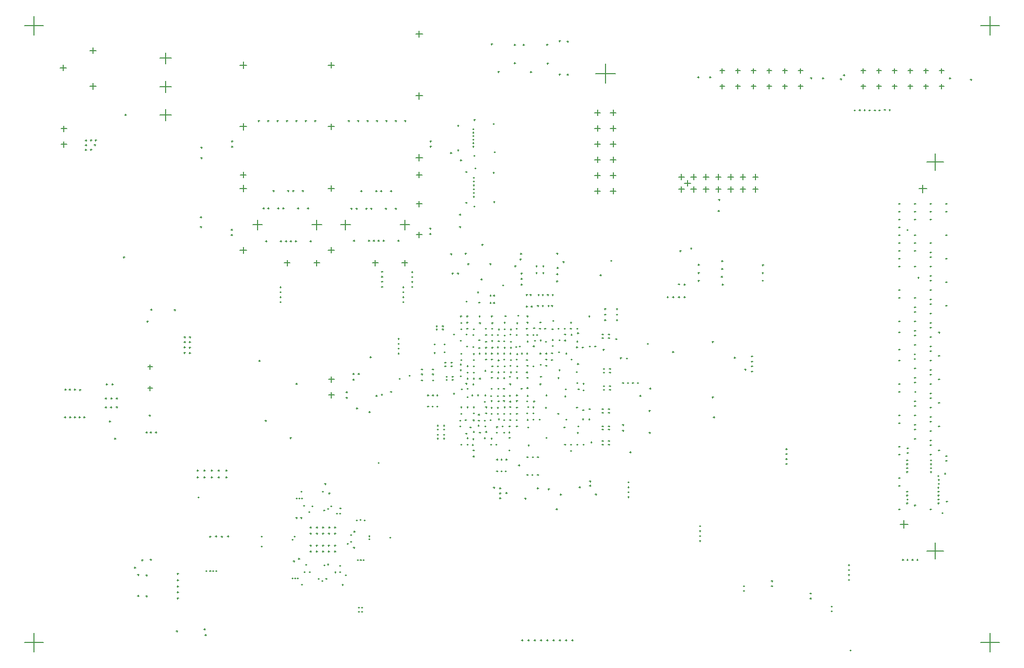
<source format=gbr>
%FSTAX23Y23*%
%MOIN*%
%SFA1B1*%

%IPPOS*%
%ADD139C,0.005000*%
%LNatfc_drillmap_1-1*%
%LPD*%
G54D139*
X08044Y05085D02*
X08074D01*
X08059Y0507D02*
Y051D01*
X08144Y05085D02*
X08174D01*
X08159Y0507D02*
Y051D01*
X08244Y05085D02*
X08274D01*
X08259Y0507D02*
Y051D01*
X08344Y05085D02*
X08374D01*
X08359Y0507D02*
Y051D01*
X08444Y05085D02*
X08474D01*
X08459Y0507D02*
Y051D01*
X08544Y05085D02*
X08574D01*
X08559Y0507D02*
Y051D01*
X08044Y05185D02*
X08074D01*
X08059Y0517D02*
Y052D01*
X08144Y05185D02*
X08174D01*
X08159Y0517D02*
Y052D01*
X08244Y05185D02*
X08274D01*
X08259Y0517D02*
Y052D01*
X08344Y05185D02*
X08374D01*
X08359Y0517D02*
Y052D01*
X08444Y05185D02*
X08474D01*
X08459Y0517D02*
Y052D01*
X08544Y05185D02*
X08574D01*
X08559Y0517D02*
Y052D01*
X07144Y05085D02*
X07174D01*
X07159Y0507D02*
Y051D01*
X07244Y05085D02*
X07274D01*
X07259Y0507D02*
Y051D01*
X07344Y05085D02*
X07374D01*
X07359Y0507D02*
Y051D01*
X07444Y05085D02*
X07474D01*
X07459Y0507D02*
Y051D01*
X07544Y05085D02*
X07574D01*
X07559Y0507D02*
Y051D01*
X07644Y05085D02*
X07674D01*
X07659Y0507D02*
Y051D01*
X07144Y05185D02*
X07174D01*
X07159Y0517D02*
Y052D01*
X07244Y05185D02*
X07274D01*
X07259Y0517D02*
Y052D01*
X07344Y05185D02*
X07374D01*
X07359Y0517D02*
Y052D01*
X07444Y05185D02*
X07474D01*
X07459Y0517D02*
Y052D01*
X07544Y05185D02*
X07574D01*
X07559Y0517D02*
Y052D01*
X07644Y05185D02*
X07674D01*
X07659Y0517D02*
Y052D01*
X02936Y05204D02*
X02975D01*
X02956Y05185D02*
Y05224D01*
X03125Y05314D02*
X03164D01*
X03145Y05295D02*
Y05334D01*
X03125Y05086D02*
X03164D01*
X03145Y05066D02*
Y05106D01*
X08466Y02121D02*
X08572D01*
X08519Y02068D02*
Y02174D01*
X08466Y04602D02*
X08572D01*
X08519Y04548D02*
Y04655D01*
X0881Y05474D02*
X08928D01*
X08869Y05414D02*
Y05533D01*
X0271Y05474D02*
X02828D01*
X02769Y05414D02*
Y05533D01*
X0271Y01537D02*
X02828D01*
X02769Y01477D02*
Y01596D01*
X0881Y01537D02*
X08928D01*
X08869Y01477D02*
Y01596D01*
X04726Y04202D02*
X04787D01*
X04756Y04171D02*
Y04232D01*
X05104Y04202D02*
X05165D01*
X05134Y04171D02*
Y04232D01*
X08295Y02291D02*
X08345D01*
X0832Y02266D02*
Y02316D01*
X08415Y04432D02*
X08465D01*
X0844Y04407D02*
Y04457D01*
X03572Y05084D02*
X03644D01*
X03608Y05047D02*
Y0512D01*
X03572Y05265D02*
X03644D01*
X03608Y05228D02*
Y05301D01*
X03572Y04902D02*
X03644D01*
X03608Y04866D02*
Y04939D01*
X06918Y04467D02*
X06958D01*
X06938Y04448D02*
Y04487D01*
X06881Y04428D02*
X06917D01*
X06899Y0441D02*
Y04446D01*
X0696Y04428D02*
X06995D01*
X06978Y0441D02*
Y04446D01*
X07039Y04428D02*
X07074D01*
X07056Y0441D02*
Y04446D01*
X07117Y04428D02*
X07153D01*
X07135Y0441D02*
Y04446D01*
X07196Y04428D02*
X07231D01*
X07214Y0441D02*
Y04446D01*
X07275Y04428D02*
X0731D01*
X07292Y0441D02*
Y04446D01*
X07354Y04428D02*
X07389D01*
X07371Y0441D02*
Y04446D01*
X06881Y04507D02*
X06917D01*
X06899Y04489D02*
Y04525D01*
X0696Y04507D02*
X06995D01*
X06978Y04489D02*
Y04525D01*
X07039Y04507D02*
X07074D01*
X07056Y04489D02*
Y04525D01*
X07117Y04507D02*
X07153D01*
X07135Y04489D02*
Y04525D01*
X07196Y04507D02*
X07231D01*
X07214Y04489D02*
Y04525D01*
X07275Y04507D02*
X0731D01*
X07292Y04489D02*
Y04525D01*
X07354Y04507D02*
X07389D01*
X07371Y04489D02*
Y04525D01*
X04648Y03115D02*
X04684D01*
X04666Y03097D02*
Y03132D01*
X04648Y03215D02*
X04684D01*
X04666Y03197D02*
Y03232D01*
X03495Y03296D02*
X03525D01*
X0351Y03281D02*
Y03311D01*
X03495Y03159D02*
X03525D01*
X0351Y03144D02*
Y03174D01*
X04165Y04202D02*
X04226D01*
X04195Y04171D02*
Y04232D01*
X04543Y04202D02*
X04604D01*
X04573Y04171D02*
Y04232D01*
X05116Y03958D02*
X05153D01*
X05134Y03939D02*
Y03976D01*
X04927Y03958D02*
X04964D01*
X04945Y03939D02*
Y03976D01*
X04366Y03958D02*
X04403D01*
X04384Y03939D02*
Y03976D01*
X04555Y03958D02*
X04592D01*
X04573Y03939D02*
Y03976D01*
X05207Y04521D02*
X05245D01*
X05226Y04502D02*
Y04539D01*
X04085Y04521D02*
X04123D01*
X04104Y04502D02*
Y04539D01*
X05205Y05418D02*
X05247D01*
X05226Y05398D02*
Y05439D01*
X05205Y05025D02*
X05247D01*
X05226Y05004D02*
Y05045D01*
X05205Y04631D02*
X05247D01*
X05226Y0461D02*
Y04652D01*
X05207Y04336D02*
X05245D01*
X05226Y04317D02*
Y04354D01*
X05207Y04139D02*
X05245D01*
X05226Y0412D02*
Y04157D01*
X04083Y05221D02*
X04125D01*
X04104Y05201D02*
Y05242D01*
X04083Y04828D02*
X04125D01*
X04104Y04807D02*
Y04848D01*
X04083Y04434D02*
X04125D01*
X04104Y04413D02*
Y04455D01*
X04083Y0404D02*
X04125D01*
X04104Y0402D02*
Y04061D01*
X04646Y0404D02*
X04684D01*
X04665Y04022D02*
Y04059D01*
X04646Y04434D02*
X04684D01*
X04665Y04415D02*
Y04453D01*
X04646Y04828D02*
X04684D01*
X04665Y04809D02*
Y04846D01*
X04646Y05221D02*
X04684D01*
X04665Y05203D02*
Y0524D01*
X06346Y04917D02*
X06382D01*
X06364Y049D02*
Y04935D01*
X06446Y04917D02*
X06482D01*
X06464Y049D02*
Y04935D01*
X06346Y04817D02*
X06382D01*
X06364Y048D02*
Y04835D01*
X06446Y04817D02*
X06482D01*
X06464Y048D02*
Y04835D01*
X06346Y04717D02*
X06382D01*
X06364Y047D02*
Y04735D01*
X06446Y04717D02*
X06482D01*
X06464Y047D02*
Y04735D01*
X06346Y04617D02*
X06382D01*
X06364Y046D02*
Y04635D01*
X06446Y04617D02*
X06482D01*
X06464Y046D02*
Y04635D01*
X06346Y04517D02*
X06382D01*
X06364Y045D02*
Y04535D01*
X06446Y04517D02*
X06482D01*
X06464Y045D02*
Y04535D01*
X06346Y04417D02*
X06382D01*
X06364Y044D02*
Y04435D01*
X06446Y04417D02*
X06482D01*
X06464Y044D02*
Y04435D01*
X06351Y05167D02*
X06477D01*
X06414Y05105D02*
Y0523D01*
X02942Y04815D02*
X02978D01*
X0296Y04797D02*
Y04832D01*
X02942Y04715D02*
X02978D01*
X0296Y04697D02*
Y04732D01*
X07415Y03845D02*
X07423D01*
X07419Y03842D02*
Y0385D01*
X0565Y02999D02*
X05658D01*
X05654Y02995D02*
Y03003D01*
X06586Y03192D02*
X06594D01*
X0659Y03188D02*
Y03196D01*
X0565Y03038D02*
X05658D01*
X05654Y03034D02*
Y03042D01*
X06555Y03192D02*
X06563D01*
X06559Y03188D02*
Y03196D01*
X05597Y03772D02*
X05605D01*
X05601Y03767D02*
Y03775D01*
X08384Y03347D02*
X08392D01*
X08388Y03343D02*
Y03351D01*
X05571Y03339D02*
X05579D01*
X05575Y03335D02*
Y03343D01*
X08384Y03377D02*
X08392D01*
X08388Y03373D02*
Y03381D01*
X05571Y03378D02*
X05579D01*
X05575Y03374D02*
Y03382D01*
X0837Y02064D02*
X08378D01*
X08374Y0206D02*
Y02068D01*
X05807Y03457D02*
X05815D01*
X05811Y03453D02*
Y03461D01*
X08338Y02064D02*
X08346D01*
X08342Y0206D02*
Y02068D01*
X05807Y03418D02*
X05815D01*
X05811Y03414D02*
Y03422D01*
X08336Y02675D02*
X08344D01*
X0834Y02671D02*
Y02679D01*
X05768Y03536D02*
X05776D01*
X05772Y03532D02*
Y0354D01*
X08336Y02649D02*
X08344D01*
X0834Y02645D02*
Y02653D01*
X05768Y03496D02*
X05776D01*
X05772Y03492D02*
Y035D01*
X08336Y02475D02*
X08344D01*
X0834Y02471D02*
Y02479D01*
X05688Y03539D02*
X05696D01*
X05692Y03535D02*
Y03543D01*
X08337Y02449D02*
X08345D01*
X08341Y02445D02*
Y02452D01*
X05688Y035D02*
X05696D01*
X05692Y03495D02*
Y03504D01*
X05491Y03577D02*
X05499D01*
X05495Y03573D02*
Y03581D01*
X07854Y01736D02*
X07862D01*
X07858Y01732D02*
Y0174D01*
X05491Y03537D02*
X05499D01*
X05495Y03533D02*
Y03541D01*
X07854Y01767D02*
X07862D01*
X07858Y01763D02*
Y01771D01*
X0772Y01817D02*
X07728D01*
X07724Y01814D02*
Y01822D01*
X05491Y0338D02*
X05499D01*
X05495Y03376D02*
Y03384D01*
X08486Y02827D02*
X08494D01*
X0849Y02823D02*
Y02831D01*
X05491Y0334D02*
X05499D01*
X05495Y03336D02*
Y03344D01*
X0772Y01849D02*
X07728D01*
X07724Y01845D02*
Y01853D01*
X08486Y02797D02*
X08494D01*
X0849Y02793D02*
Y02801D01*
X07294Y01865D02*
X07302D01*
X07298Y01862D02*
Y0187D01*
X05488Y03275D02*
X05496D01*
X05492Y03271D02*
Y03279D01*
X08486Y02977D02*
X08494D01*
X0849Y02973D02*
Y02981D01*
X07294Y01897D02*
X07302D01*
X07298Y01893D02*
Y01901D01*
X05488Y03236D02*
X05496D01*
X05492Y03232D02*
Y0324D01*
X08486Y02947D02*
X08494D01*
X0849Y02943D02*
Y02951D01*
X07473Y01897D02*
X07481D01*
X07477Y01892D02*
Y019D01*
X05532Y0326D02*
X0554D01*
X05536Y03256D02*
Y03264D01*
X08586Y02727D02*
X08594D01*
X0859Y02723D02*
Y02731D01*
X07473Y01928D02*
X07481D01*
X07477Y01924D02*
Y01932D01*
X05532Y03221D02*
X0554D01*
X05536Y03217D02*
Y03225D01*
X08586Y02697D02*
X08594D01*
X0859Y02693D02*
Y02701D01*
X08386Y02897D02*
X08394D01*
X0839Y02893D02*
Y02901D01*
X05532Y03157D02*
X0554D01*
X05536Y03152D02*
Y0316D01*
X08386Y02927D02*
X08394D01*
X0839Y02923D02*
Y02931D01*
X05494Y03152D02*
X05502D01*
X05498Y03149D02*
Y03157D01*
X08486Y03097D02*
X08494D01*
X0849Y03093D02*
Y03101D01*
X05598Y03115D02*
X05606D01*
X05602Y03111D02*
Y03119D01*
X08486Y03127D02*
X08494D01*
X0849Y03123D02*
Y03131D01*
X05562Y03114D02*
X0557D01*
X05566Y0311D02*
Y03118D01*
X08487Y02675D02*
X08495D01*
X08491Y02671D02*
Y02679D01*
X07964Y01968D02*
X07972D01*
X07968Y01964D02*
Y01972D01*
X05603Y02952D02*
X05611D01*
X05607Y02948D02*
Y02956D01*
X08487Y02649D02*
X08495D01*
X08491Y02645D02*
Y02653D01*
X07964Y02D02*
X07972D01*
X07968Y01995D02*
Y02004D01*
X05603Y02991D02*
X05611D01*
X05607Y02987D02*
Y02995D01*
X08386Y03047D02*
X08394D01*
X0839Y03043D02*
Y03051D01*
X05532Y03038D02*
X0554D01*
X05536Y03034D02*
Y03042D01*
X08386Y03077D02*
X08394D01*
X0839Y03073D02*
Y03081D01*
X05492Y03038D02*
X055D01*
X05496Y03034D02*
Y03042D01*
X08486Y03247D02*
X08494D01*
X0849Y03243D02*
Y03251D01*
X05519Y02956D02*
X05527D01*
X05523Y02952D02*
Y0296D01*
X08486Y03277D02*
X08494D01*
X0849Y03273D02*
Y03281D01*
X05484Y02917D02*
X05492D01*
X05488Y02913D02*
Y02921D01*
X08536Y02449D02*
X08544D01*
X0854Y02445D02*
Y02453D01*
X05571Y03038D02*
X05579D01*
X05575Y03034D02*
Y03042D01*
X07015Y02216D02*
X07023D01*
X07019Y02212D02*
Y0222D01*
X08536Y02475D02*
X08544D01*
X0854Y02471D02*
Y02479D01*
X05571Y02999D02*
X05579D01*
X05575Y02995D02*
Y03003D01*
X07015Y02248D02*
X07023D01*
X07019Y02244D02*
Y02252D01*
X08193Y04935D02*
X08201D01*
X08197Y04932D02*
Y0494D01*
X08225Y04935D02*
X08233D01*
X08229Y0493D02*
Y04939D01*
X05961Y03462D02*
X05969D01*
X05965Y03459D02*
Y03467D01*
X0813Y04932D02*
X08138D01*
X08134Y04928D02*
Y04936D01*
X06075Y0343D02*
X06083D01*
X06079Y03425D02*
Y03434D01*
X08159Y04932D02*
X08167D01*
X08163Y04929D02*
Y04937D01*
X06074Y03467D02*
X06082D01*
X06078Y03464D02*
Y03472D01*
X08096Y04933D02*
X08104D01*
X081Y04929D02*
Y04937D01*
X06232Y0354D02*
X0624D01*
X06236Y03535D02*
Y03544D01*
X08064Y04934D02*
X08072D01*
X08068Y0493D02*
Y04938D01*
X06195Y035D02*
X06203D01*
X06199Y03497D02*
Y03505D01*
X08033Y04934D02*
X08041D01*
X08037Y0493D02*
Y04938D01*
X05998Y03465D02*
X06006D01*
X06002Y03461D02*
Y03469D01*
X08001Y04934D02*
X08009D01*
X08005Y0493D02*
Y04937D01*
X05975Y03499D02*
X05983D01*
X05979Y03495D02*
Y03503D01*
X06117Y03465D02*
X06125D01*
X06121Y03462D02*
Y0347D01*
X0607Y03685D02*
X06078D01*
X06074Y03681D02*
Y03689D01*
X06047Y03685D02*
X06055D01*
X06051Y03681D02*
Y03689D01*
X06026Y03539D02*
X06034D01*
X0603Y03535D02*
Y03542D01*
X06073Y03535D02*
X06081D01*
X06077Y03532D02*
Y0354D01*
X05996Y0358D02*
X06004D01*
X06Y03575D02*
Y03584D01*
X05952Y035D02*
X0596D01*
X05956Y03495D02*
Y03504D01*
X05864Y03427D02*
X05872D01*
X05868Y03422D02*
Y0343D01*
X05878Y0338D02*
X05886D01*
X05882Y03377D02*
Y03385D01*
X05914Y03457D02*
X05922D01*
X05918Y03454D02*
Y03462D01*
X05911Y0338D02*
X05919D01*
X05915Y03377D02*
Y03385D01*
X05842Y03424D02*
X0585D01*
X05846Y0342D02*
Y03427D01*
X06231Y03457D02*
X06239D01*
X06235Y03454D02*
Y03462D01*
X06393Y0348D02*
X06401D01*
X06397Y03476D02*
Y03484D01*
X06432Y0348D02*
X06441D01*
X06437Y03476D02*
Y03484D01*
X06393Y03503D02*
X06401D01*
X06397Y03499D02*
Y03507D01*
X06432Y03503D02*
X06441D01*
X06437Y03499D02*
Y03507D01*
X05847Y03377D02*
X05855D01*
X05851Y03374D02*
Y03382D01*
X08608Y05137D02*
X08618D01*
X08613Y05132D02*
Y05142D01*
X08743Y05129D02*
X08753D01*
X08748Y05124D02*
Y05134D01*
X07933Y05157D02*
X07943D01*
X07938Y05152D02*
Y05162D01*
X07912Y05132D02*
X07922D01*
X07917Y05127D02*
Y05137D01*
X06194Y03342D02*
X06202D01*
X06198Y03339D02*
Y03347D01*
X06236Y03314D02*
X06244D01*
X0624Y0331D02*
Y03318D01*
X06346Y03425D02*
X06354D01*
X0635Y03422D02*
Y0343D01*
X06312Y03425D02*
X0632D01*
X06316Y03422D02*
Y0343D01*
X06398Y03405D02*
X06408D01*
X06403Y034D02*
Y0341D01*
X07077Y05144D02*
X07087D01*
X07082Y05139D02*
Y05149D01*
X07003Y05144D02*
X07013D01*
X07008Y05139D02*
Y05149D01*
X07798Y05137D02*
X07808D01*
X07803Y05132D02*
Y05142D01*
X07723Y05138D02*
X07733D01*
X07728Y05133D02*
Y05143D01*
X08386Y03677D02*
X08394D01*
X0839Y03673D02*
Y03681D01*
X05717Y02877D02*
X05725D01*
X05721Y02872D02*
Y0288D01*
X08386Y03647D02*
X08394D01*
X0839Y03643D02*
Y03651D01*
X05719Y02912D02*
X05727D01*
X05723Y02907D02*
Y02915D01*
X08486Y03727D02*
X08494D01*
X0849Y03723D02*
Y03731D01*
X05799Y02842D02*
X05807D01*
X05803Y02838D02*
Y02846D01*
X08486Y03697D02*
X08494D01*
X0849Y03693D02*
Y03701D01*
X05798Y02877D02*
X05806D01*
X05802Y02874D02*
Y02882D01*
X06393Y02799D02*
X06401D01*
X06397Y02795D02*
Y02803D01*
X06432Y02822D02*
X06441D01*
X06437Y02818D02*
Y02826D01*
X06432Y02799D02*
X06441D01*
X06437Y02795D02*
Y02803D01*
X06035Y02842D02*
X06043D01*
X06039Y02838D02*
Y02846D01*
X05755Y02917D02*
X05763D01*
X05759Y02913D02*
Y02921D01*
X08486Y03877D02*
X08494D01*
X0849Y03873D02*
Y03881D01*
X05799Y02917D02*
X05807D01*
X05803Y02913D02*
Y02921D01*
X08486Y03847D02*
X08494D01*
X0849Y03843D02*
Y03851D01*
X08386Y02412D02*
X08394D01*
X0839Y02407D02*
Y02415D01*
X08589Y02435D02*
X08597D01*
X08593Y02432D02*
Y0244D01*
X08562Y02362D02*
X0857D01*
X08566Y02359D02*
Y02367D01*
X08336Y02699D02*
X08344D01*
X0834Y02695D02*
Y02703D01*
X08487Y02699D02*
X08495D01*
X08491Y02695D02*
Y02703D01*
X08309Y02064D02*
X08317D01*
X08313Y0206D02*
Y02068D01*
X07976Y01487D02*
X07983D01*
X0798Y01484D02*
Y01491D01*
X04964Y02682D02*
X0497D01*
X04967Y02678D02*
Y02685D01*
X04984Y03118D02*
X04992D01*
X04988Y03114D02*
Y03122D01*
X08336Y02625D02*
X08344D01*
X0834Y02621D02*
Y02629D01*
X08336Y02499D02*
X08344D01*
X0834Y02495D02*
Y02503D01*
X05531Y03102D02*
X05539D01*
X05535Y03098D02*
Y03106D01*
X05523Y03188D02*
X05531D01*
X05527Y03184D02*
Y03192D01*
X08339Y02777D02*
X08347D01*
X08343Y02773D02*
Y02781D01*
X08339Y02747D02*
X08347D01*
X08343Y02743D02*
Y02751D01*
X05381Y02862D02*
X05389D01*
X05385Y02858D02*
Y02866D01*
X05381Y02838D02*
X05389D01*
X05385Y02834D02*
Y02842D01*
X0565Y02881D02*
X05658D01*
X05654Y02877D02*
Y02885D01*
X08486Y03397D02*
X08494D01*
X0849Y03393D02*
Y03401D01*
X0561Y02877D02*
X05618D01*
X05614Y02873D02*
Y02881D01*
X08486Y03427D02*
X08494D01*
X0849Y03423D02*
Y03431D01*
X08486Y03577D02*
X08494D01*
X0849Y03573D02*
Y03581D01*
X05681Y02799D02*
X05689D01*
X05685Y02795D02*
Y02803D01*
X08486Y03547D02*
X08494D01*
X0849Y03543D02*
Y03551D01*
X05684Y02838D02*
X05692D01*
X05688Y02834D02*
Y02842D01*
X08386Y03527D02*
X08394D01*
X0839Y03523D02*
Y03531D01*
X05641Y02952D02*
X05649D01*
X05645Y02948D02*
Y02956D01*
X08386Y03497D02*
X08394D01*
X0839Y03493D02*
Y03501D01*
X05677Y02956D02*
X05685D01*
X05681Y02952D02*
Y0296D01*
X07566Y02707D02*
X07574D01*
X0757Y02704D02*
Y02712D01*
X05567Y02835D02*
X05575D01*
X05571Y0283D02*
Y02839D01*
X07566Y02739D02*
X07574D01*
X0757Y02735D02*
Y02743D01*
X05565Y02797D02*
X05573D01*
X05569Y02794D02*
Y02802D01*
X07015Y02279D02*
X07023D01*
X07019Y02275D02*
Y02283D01*
X07566Y02676D02*
X07574D01*
X0757Y02672D02*
Y0268D01*
X07566Y0277D02*
X07574D01*
X0757Y02767D02*
Y02775D01*
X06557Y02527D02*
X06565D01*
X06561Y02523D02*
Y02532D01*
X06313Y02537D02*
X06323D01*
X06318Y02532D02*
Y02542D01*
X05642Y0284D02*
X0565D01*
X05646Y02837D02*
Y02845D01*
X08537Y02549D02*
X08545D01*
X08541Y02545D02*
Y02553D01*
X06557Y02496D02*
X06565D01*
X06561Y02492D02*
Y025D01*
X05602Y02921D02*
X0561D01*
X05606Y02917D02*
Y02925D01*
X08537Y02575D02*
X08545D01*
X08541Y02571D02*
Y02579D01*
X05571Y02881D02*
X05579D01*
X05575Y02877D02*
Y02885D01*
X05913Y0272D02*
X05921D01*
X05917Y02716D02*
Y02724D01*
X05798Y02762D02*
X05806D01*
X05802Y02759D02*
Y02767D01*
X05764Y02876D02*
X05772D01*
X05768Y02872D02*
Y0288D01*
X05731Y02962D02*
X05739D01*
X05735Y02957D02*
Y02965D01*
X05765Y02957D02*
X05773D01*
X05769Y02952D02*
Y0296D01*
X05715Y02799D02*
X05723D01*
X05719Y02795D02*
Y02802D01*
X05645Y02917D02*
X05653D01*
X05649Y02913D02*
Y02921D01*
X05803Y02957D02*
X05811D01*
X05807Y02952D02*
Y0296D01*
X05765Y02996D02*
X05773D01*
X05769Y02992D02*
Y03D01*
X05846Y02917D02*
X05854D01*
X0585Y02913D02*
Y02921D01*
X08408Y03865D02*
X08416D01*
X08412Y0386D02*
Y03869D01*
X05571Y03221D02*
X05579D01*
X05575Y03217D02*
Y03225D01*
X0561Y03221D02*
X05618D01*
X05614Y03217D02*
Y03225D01*
X08486Y04027D02*
X08494D01*
X0849Y04023D02*
Y04031D01*
X08486Y03997D02*
X08494D01*
X0849Y03993D02*
Y04001D01*
X06401Y03149D02*
X06409D01*
X06405Y03145D02*
Y03153D01*
X0644Y03149D02*
X06448D01*
X06444Y03145D02*
Y03153D01*
X06401Y03173D02*
X06409D01*
X06405Y03169D02*
Y03177D01*
X0624Y03153D02*
X06248D01*
X06244Y03149D02*
Y03157D01*
X06271Y03147D02*
X06279D01*
X06275Y03142D02*
Y0315D01*
X05728Y03157D02*
X05736D01*
X05732Y03153D02*
Y03161D01*
X05763Y03157D02*
X05771D01*
X05767Y03153D02*
Y03161D01*
X05803Y03185D02*
X05811D01*
X05807Y03181D02*
Y03189D01*
X05684Y03157D02*
X05692D01*
X05688Y03153D02*
Y03161D01*
X05644Y03271D02*
X05652D01*
X05648Y03267D02*
Y03275D01*
X05724Y0311D02*
X05732D01*
X05728Y03106D02*
Y03114D01*
X05763Y0311D02*
X05771D01*
X05767Y03106D02*
Y03114D01*
X05725Y03224D02*
X05733D01*
X05729Y0322D02*
Y03228D01*
X05765Y03224D02*
X05773D01*
X05769Y0322D02*
Y03228D01*
X06618Y03192D02*
X06626D01*
X06622Y03188D02*
Y03196D01*
X05649Y035D02*
X05657D01*
X05653Y03495D02*
Y03503D01*
X06228Y03036D02*
X06237D01*
X06232Y03032D02*
Y0304D01*
X06237Y02917D02*
X06245D01*
X06241Y02913D02*
Y02921D01*
X05645Y03114D02*
X05653D01*
X05649Y0311D02*
Y03118D01*
X06112Y03225D02*
X0612D01*
X06116Y0322D02*
Y03229D01*
X05724Y03035D02*
X05732D01*
X05728Y03031D02*
Y03039D01*
X05684Y03035D02*
X05692D01*
X05688Y03031D02*
Y03039D01*
X05606Y03417D02*
X05614D01*
X0561Y03413D02*
Y03421D01*
X05846Y03036D02*
X05854D01*
X0585Y03032D02*
Y0304D01*
X05913Y03161D02*
X05921D01*
X05917Y03157D02*
Y03165D01*
X04949Y0311D02*
X04959D01*
X04954Y03105D02*
Y03115D01*
X05385Y03389D02*
X05393D01*
X05389Y03385D02*
Y03393D01*
X05322Y03385D02*
X0533D01*
X05326Y03381D02*
Y03389D01*
X05681Y0311D02*
X05689D01*
X05685Y03106D02*
Y03114D01*
X05686Y03227D02*
X05694D01*
X0569Y03222D02*
Y0323D01*
X05642Y03073D02*
X0565D01*
X05646Y03069D02*
Y03077D01*
X05724Y03299D02*
X05732D01*
X05728Y03295D02*
Y03303D01*
X05444Y03503D02*
X05452D01*
X05448Y03499D02*
Y03507D01*
X06031Y03456D02*
X06039D01*
X06035Y03452D02*
Y0346D01*
X05956Y03543D02*
X05964D01*
X0596Y03539D02*
Y03547D01*
X05909Y03539D02*
X05917D01*
X05913Y03535D02*
Y03543D01*
X06409Y03665D02*
X06417D01*
X06413Y03661D02*
Y03669D01*
X06232Y03192D02*
X0624D01*
X06236Y03188D02*
Y03196D01*
X06269Y0302D02*
X06277D01*
X06273Y03016D02*
Y03024D01*
X05917Y02909D02*
X05925D01*
X05921Y02905D02*
Y02913D01*
X06916Y0374D02*
X06924D01*
X0692Y03737D02*
Y03745D01*
X05951Y02959D02*
X05959D01*
X05955Y02955D02*
Y02963D01*
X0688Y0374D02*
X06888D01*
X06884Y03737D02*
Y03745D01*
X05951Y02999D02*
X05959D01*
X05955Y02995D02*
Y03003D01*
X06843Y0374D02*
X06851D01*
X06847Y03737D02*
Y03745D01*
X0644Y03173D02*
X06448D01*
X06444Y03169D02*
Y03177D01*
X06307Y0296D02*
X06315D01*
X06311Y02957D02*
Y02965D01*
X06681Y03444D02*
X06689D01*
X06685Y0344D02*
Y03447D01*
X06547Y0335D02*
X06555D01*
X06551Y03346D02*
Y03354D01*
X06031Y03035D02*
X06039D01*
X06035Y03031D02*
Y03039D01*
X05846Y03114D02*
X05854D01*
X0585Y0311D02*
Y03118D01*
X05684Y03078D02*
X05692D01*
X05688Y03074D02*
Y03082D01*
X05763Y03078D02*
X05771D01*
X05767Y03074D02*
Y03082D01*
X05846Y03078D02*
X05854D01*
X0585Y03074D02*
Y03082D01*
X05956Y03075D02*
X05964D01*
X0596Y0307D02*
Y03079D01*
X05803Y03074D02*
X05811D01*
X05807Y0307D02*
Y03078D01*
X06234Y02875D02*
X06242D01*
X06238Y0287D02*
Y02879D01*
X0557Y02955D02*
X05578D01*
X05574Y02951D02*
Y02959D01*
X05914Y0311D02*
X05922D01*
X05918Y03107D02*
Y03115D01*
X05804Y02996D02*
X05812D01*
X05808Y02992D02*
Y03D01*
X05523Y04342D02*
X05531D01*
X05527Y04338D02*
Y04346D01*
X05523Y04539D02*
X05531D01*
X05527Y04535D02*
Y04543D01*
X04787Y02181D02*
X04794D01*
X04791Y02177D02*
Y02184D01*
X04767Y02167D02*
X04774D01*
X0477Y02163D02*
Y0217D01*
X04787Y02224D02*
X04794D01*
X04791Y0222D02*
Y02227D01*
X05779Y02704D02*
X05787D01*
X05783Y027D02*
Y02708D01*
X06011Y03685D02*
X06019D01*
X06015Y03681D02*
Y03689D01*
X05567Y04814D02*
X05575D01*
X05571Y0481D02*
Y04817D01*
X04292Y04419D02*
X04302D01*
X04297Y04414D02*
Y04424D01*
X05567Y04791D02*
X05575D01*
X05571Y04787D02*
Y04795D01*
X04386Y04419D02*
X04396D01*
X04391Y04414D02*
Y04424D01*
X05567Y04769D02*
X05575D01*
X05571Y04765D02*
Y04773D01*
X04417Y04419D02*
X04427D01*
X04422Y04414D02*
Y04424D01*
X05567Y04746D02*
X05575D01*
X05571Y04742D02*
Y0475D01*
X0448Y04419D02*
X0449D01*
X04485Y04414D02*
Y04424D01*
X05567Y04724D02*
X05575D01*
X05571Y0472D02*
Y04728D01*
X04449Y04307D02*
X04459D01*
X04454Y04302D02*
Y04312D01*
X05567Y04702D02*
X05575D01*
X05571Y04697D02*
Y04705D01*
X04355Y04307D02*
X04365D01*
X0436Y04302D02*
Y04312D01*
X05571Y04504D02*
X05579D01*
X05575Y045D02*
Y04507D01*
X04853Y04417D02*
X04863D01*
X04858Y04412D02*
Y04422D01*
X05571Y04479D02*
X05579D01*
X05575Y04475D02*
Y04483D01*
X04947Y04417D02*
X04957D01*
X04952Y04412D02*
Y04422D01*
X05571Y04455D02*
X05579D01*
X05575Y04451D02*
Y04459D01*
X04979Y04417D02*
X04989D01*
X04984Y04412D02*
Y04422D01*
X05571Y0443D02*
X05579D01*
X05575Y04426D02*
Y04434D01*
X05042Y04417D02*
X05052D01*
X05047Y04412D02*
Y04422D01*
X05571Y04406D02*
X05579D01*
X05575Y04402D02*
Y0441D01*
X0501Y04305D02*
X0502D01*
X05015Y043D02*
Y0431D01*
X05571Y04382D02*
X05579D01*
X05575Y04377D02*
Y04385D01*
X04916Y04305D02*
X04926D01*
X04921Y043D02*
Y0431D01*
X0598Y0272D02*
X05988D01*
X05984Y02716D02*
Y02724D01*
X05948Y0272D02*
X05956D01*
X05952Y02716D02*
Y02724D01*
X05913Y02606D02*
X05921D01*
X05917Y02602D02*
Y0261D01*
X059Y02456D02*
X0591D01*
X05905Y02451D02*
Y02461D01*
X05444Y03125D02*
X05452D01*
X05448Y03121D02*
Y0313D01*
X05854Y03622D02*
X05862D01*
X05858Y03618D02*
Y03626D01*
X05807Y03535D02*
X05815D01*
X05811Y03531D02*
Y03539D01*
X05767Y03578D02*
X05775D01*
X05771Y03574D02*
Y03582D01*
X05913Y035D02*
X05921D01*
X05917Y03495D02*
Y03504D01*
X04642Y02035D02*
X04649D01*
X04645Y02031D02*
Y02038D01*
X04429Y02212D02*
X04436D01*
X04432Y02209D02*
Y02216D01*
X05091Y03412D02*
X05099D01*
X05095Y03408D02*
Y03416D01*
X05043Y03137D02*
X05051D01*
X05047Y03133D02*
Y03141D01*
X04648Y02488D02*
X04658D01*
X04653Y02483D02*
Y02493D01*
X03866Y01992D02*
X03873D01*
X0387Y01988D02*
Y01995D01*
X03487Y03586D02*
X03497D01*
X03492Y03581D02*
Y03591D01*
X05846Y02996D02*
X05854D01*
X0585Y02992D02*
Y03D01*
X0648Y03472D02*
X06488D01*
X06484Y03468D02*
Y03476D01*
X05161Y0324D02*
X05169D01*
X05165Y03236D02*
Y03244D01*
X05098Y0322D02*
X05106D01*
X05102Y03216D02*
Y03224D01*
X04825Y03031D02*
X04835D01*
X0483Y03026D02*
Y03036D01*
X04904Y03007D02*
X04914D01*
X04909Y03002D02*
Y03012D01*
X07302Y03279D02*
X07312D01*
X07307Y03274D02*
Y03284D01*
X07235Y03354D02*
X07245D01*
X0724Y03349D02*
Y03359D01*
X0598Y02606D02*
X05988D01*
X05984Y02602D02*
Y0261D01*
X05944Y02606D02*
X05952D01*
X05948Y02602D02*
Y0261D01*
X05758Y03815D02*
X05766D01*
X05762Y03812D02*
Y0382D01*
X06484Y03594D02*
X06492D01*
X06488Y0359D02*
Y03598D01*
X06484Y03629D02*
X06492D01*
X06488Y03625D02*
Y03633D01*
X06409Y03594D02*
X06417D01*
X06413Y0359D02*
Y03598D01*
X06409Y03629D02*
X06417D01*
X06413Y03625D02*
Y03633D01*
X0638Y03881D02*
X0639D01*
X06385Y03876D02*
Y03886D01*
X05518Y04019D02*
X05528D01*
X05523Y04014D02*
Y04024D01*
X06246Y02527D02*
X06256D01*
X06251Y02522D02*
Y02532D01*
X0572Y02704D02*
X05728D01*
X05724Y027D02*
Y02708D01*
X05747Y02704D02*
X05755D01*
X05751Y027D02*
Y02708D01*
X05775Y02629D02*
X05783D01*
X05779Y02625D02*
Y02633D01*
X05747Y02629D02*
X05755D01*
X05751Y02625D02*
Y02633D01*
X0572Y02629D02*
X05728D01*
X05724Y02625D02*
Y02633D01*
X03542Y02877D02*
X03552D01*
X03547Y02872D02*
Y02882D01*
X0351Y02877D02*
X0352D01*
X03515Y02872D02*
Y02882D01*
X03483Y02877D02*
X03493D01*
X03488Y02872D02*
Y02882D01*
X03337Y03996D02*
X03347D01*
X03342Y03991D02*
Y04001D01*
X0631Y03027D02*
X06318D01*
X06314Y03023D02*
Y03031D01*
X0598Y03685D02*
X05988D01*
X05984Y03681D02*
Y03689D01*
X06078Y0359D02*
X06086D01*
X06082Y03586D02*
Y03594D01*
X06074Y03755D02*
X06082D01*
X06078Y03751D02*
Y03759D01*
X06043Y03755D02*
X06051D01*
X06047Y03751D02*
Y03759D01*
X06011Y03755D02*
X06019D01*
X06015Y03751D02*
Y03759D01*
X05984Y03755D02*
X05992D01*
X05988Y03751D02*
Y03759D01*
X05932Y03755D02*
X05941D01*
X05937Y03751D02*
Y03759D01*
X05909Y03755D02*
X05917D01*
X05913Y03751D02*
Y03759D01*
X05909Y03681D02*
X05917D01*
X05913Y03677D02*
Y03685D01*
X05995Y03185D02*
X06004D01*
X06Y03181D02*
Y03189D01*
X06157Y03153D02*
X06165D01*
X06161Y03149D02*
Y03157D01*
X05647Y03539D02*
X05655D01*
X05651Y03535D02*
Y03543D01*
X04754Y01966D02*
X04761D01*
X04758Y01963D02*
Y0197D01*
X04661Y02405D02*
X04668D01*
X04665Y02402D02*
Y02409D01*
X04488Y02409D02*
X04495D01*
X04492Y02405D02*
Y02412D01*
X0472Y02393D02*
X04727D01*
X04724Y0239D02*
Y02397D01*
X04719Y0236D02*
X04726D01*
X04723Y02357D02*
Y02364D01*
X04699Y0236D02*
X04706D01*
X04703Y02357D02*
Y02364D01*
X05342Y02838D02*
X0535D01*
X05346Y02834D02*
Y02842D01*
X05342Y02862D02*
X0535D01*
X05346Y02858D02*
Y02866D01*
X05381Y02897D02*
X05389D01*
X05385Y02893D02*
Y02901D01*
X05381Y02921D02*
X05389D01*
X05385Y02917D02*
Y02925D01*
X05342Y02897D02*
X0535D01*
X05346Y02893D02*
Y02901D01*
X05342Y02921D02*
X0535D01*
X05346Y02917D02*
Y02925D01*
X0557Y02724D02*
X05578D01*
X05574Y0272D02*
Y02728D01*
X03833Y04629D02*
X03843D01*
X03838Y04624D02*
Y04634D01*
X03833Y04696D02*
X03843D01*
X03838Y04691D02*
Y04701D01*
X03829Y04251D02*
X03839D01*
X03834Y04246D02*
Y04256D01*
X03829Y04188D02*
X03839D01*
X03834Y04183D02*
Y04193D01*
X05424Y04661D02*
X05434D01*
X05429Y04656D02*
Y04666D01*
X05487Y04614D02*
X05497D01*
X05492Y04609D02*
Y04619D01*
X05483Y04267D02*
X05493D01*
X05488Y04262D02*
Y04272D01*
X05483Y04188D02*
X05493D01*
X05488Y04183D02*
Y04193D01*
X06448Y03972D02*
X06456D01*
X06452Y03968D02*
Y03976D01*
X07132Y04291D02*
X07142D01*
X07137Y04286D02*
Y04296D01*
X07136Y04362D02*
X07146D01*
X07141Y04357D02*
Y04367D01*
X07415Y03895D02*
X07423D01*
X07419Y0389D02*
Y03899D01*
X04203Y03334D02*
X04213D01*
X04208Y03329D02*
Y03339D01*
X0531Y03248D02*
X05318D01*
X05314Y03244D02*
Y03252D01*
X0524Y03248D02*
X05248D01*
X05244Y03244D02*
Y03252D01*
X05338Y03043D02*
X05346D01*
X05342Y03039D02*
Y03047D01*
X05307Y03043D02*
X05315D01*
X05311Y03039D02*
Y03047D01*
X05279Y03043D02*
X05287D01*
X05283Y03039D02*
Y03047D01*
X0531Y03114D02*
X05318D01*
X05314Y0311D02*
Y03118D01*
X05338Y03114D02*
X05346D01*
X05342Y0311D02*
Y03118D01*
X05279Y03114D02*
X05287D01*
X05283Y0311D02*
Y03118D01*
X03455Y02062D02*
X03465D01*
X0346Y02057D02*
Y02067D01*
X05525Y03503D02*
X05533D01*
X05529Y03499D02*
Y03507D01*
X04911Y03357D02*
X04921D01*
X04916Y03352D02*
Y03362D01*
X05935Y05177D02*
X05945D01*
X0594Y05172D02*
Y05182D01*
X05728Y05178D02*
X05738D01*
X05733Y05173D02*
Y05183D01*
X0617Y05372D02*
X0618D01*
X06175Y05367D02*
Y05377D01*
X06117Y05375D02*
X06127D01*
X06122Y0537D02*
Y0538D01*
X05426Y04015D02*
X05436D01*
X05431Y0401D02*
Y0402D01*
X05625Y04075D02*
X05635D01*
X0563Y0407D02*
Y0408D01*
X05997Y03309D02*
X06005D01*
X06001Y03305D02*
Y03312D01*
X06508Y03352D02*
X06518D01*
X06513Y03347D02*
Y03357D01*
X0607Y03382D02*
X06078D01*
X06074Y03379D02*
Y03387D01*
X05914Y02957D02*
X05922D01*
X05918Y02954D02*
Y02962D01*
X06154Y03107D02*
X06162D01*
X06158Y03104D02*
Y03112D01*
X05582Y04562D02*
X0559D01*
X05586Y04559D02*
Y04567D01*
X05697Y04535D02*
X05705D01*
X05701Y04531D02*
Y04539D01*
X05701Y04348D02*
X05709D01*
X05705Y04344D02*
Y04352D01*
X05574Y0432D02*
X05582D01*
X05578Y04315D02*
Y04324D01*
X05471Y04835D02*
X05479D01*
X05475Y04831D02*
Y04839D01*
X05471Y04678D02*
X05479D01*
X05475Y04674D02*
Y04682D01*
X05574Y04642D02*
X05582D01*
X05578Y04638D02*
Y04646D01*
X05704Y04666D02*
X05712D01*
X05708Y04662D02*
Y0467D01*
X05698Y04847D02*
X05706D01*
X05702Y04842D02*
Y0485D01*
X05576Y04872D02*
X05584D01*
X0558Y04867D02*
Y04875D01*
X04242Y02952D02*
X04252D01*
X04247Y02947D02*
Y02957D01*
X05725Y0342D02*
X05733D01*
X05729Y03417D02*
Y03425D01*
X05805Y03504D02*
X05813D01*
X05809Y035D02*
Y03507D01*
X03256Y03037D02*
X03266D01*
X03261Y03032D02*
Y03042D01*
X03257Y03094D02*
X03267D01*
X03262Y03089D02*
Y03099D01*
X03264Y03184D02*
X03274D01*
X03269Y03179D02*
Y03189D01*
X03292Y03038D02*
X03302D01*
X03297Y03033D02*
Y03043D01*
X03292Y03094D02*
X03302D01*
X03297Y03089D02*
Y03099D01*
X03227Y03183D02*
X03237D01*
X03232Y03178D02*
Y03188D01*
X03281Y02837D02*
X03291D01*
X03286Y02832D02*
Y02842D01*
X04401Y02842D02*
X04411D01*
X04406Y02837D02*
Y02847D01*
X04623Y02549D02*
X04633D01*
X04628Y02544D02*
Y02554D01*
X0444Y03187D02*
X0445D01*
X04445Y03182D02*
Y03192D01*
X062Y0155D02*
X0621D01*
X06205Y01545D02*
Y01555D01*
X0608Y0155D02*
X0609D01*
X06085Y01545D02*
Y01555D01*
X0588Y0155D02*
X0589D01*
X05885Y01545D02*
Y01555D01*
X0616Y0155D02*
X0617D01*
X06165Y01545D02*
Y01555D01*
X0612Y0155D02*
X0613D01*
X06125Y01545D02*
Y01555D01*
X0604Y0155D02*
X0605D01*
X06045Y01545D02*
Y01555D01*
X0596Y0155D02*
X0597D01*
X05965Y01545D02*
Y01555D01*
X0592Y0155D02*
X0593D01*
X05925Y01545D02*
Y01555D01*
X06Y0155D02*
X0601D01*
X06005Y01545D02*
Y01555D01*
X03408Y02014D02*
X03418D01*
X03413Y02009D02*
Y02019D01*
X03482Y01832D02*
X03492D01*
X03487Y01827D02*
Y01837D01*
X0343Y01833D02*
X0344D01*
X03435Y01828D02*
Y01838D01*
X04836Y0325D02*
X04846D01*
X04841Y03245D02*
Y03255D01*
X04802Y03214D02*
X04812D01*
X04807Y03209D02*
Y03219D01*
X04802Y0325D02*
X04812D01*
X04807Y03245D02*
Y03255D01*
X0476Y03134D02*
X0477D01*
X04765Y03129D02*
Y03139D01*
X0476Y03099D02*
X0477D01*
X04765Y03094D02*
Y03104D01*
X05091Y0338D02*
X05099D01*
X05095Y03377D02*
Y03385D01*
X06033Y03381D02*
X06041D01*
X06037Y03377D02*
Y03385D01*
X06033Y03303D02*
X06041D01*
X06037Y03299D02*
Y03307D01*
X06033Y03342D02*
X06041D01*
X06037Y03338D02*
Y03346D01*
X04026Y04137D02*
X04036D01*
X04031Y04132D02*
Y04142D01*
X04337Y0371D02*
X04345D01*
X04341Y03706D02*
Y03714D01*
X0386Y01584D02*
X0387D01*
X03865Y01579D02*
Y01589D01*
X03512Y0366D02*
X03522D01*
X03517Y03655D02*
Y03665D01*
X03347Y04904D02*
X03357D01*
X03352Y04899D02*
Y04909D01*
X03247Y02947D02*
X03257D01*
X03252Y02942D02*
Y02952D01*
X05293Y04144D02*
X05303D01*
X05298Y04139D02*
Y04149D01*
X05293Y04179D02*
X05303D01*
X05298Y04174D02*
Y04184D01*
X05295Y04702D02*
X05305D01*
X053Y04697D02*
Y04707D01*
X05295Y04735D02*
X05305D01*
X053Y0473D02*
Y0474D01*
X04027Y047D02*
X04037D01*
X04032Y04695D02*
Y04705D01*
X04027Y04735D02*
X04037D01*
X04032Y0473D02*
Y0474D01*
X04026Y0417D02*
X04036D01*
X04031Y04165D02*
Y04175D01*
X04773Y04865D02*
X04783D01*
X04778Y0486D02*
Y0487D01*
X04833Y04865D02*
X04843D01*
X04838Y0486D02*
Y0487D01*
X04893Y04865D02*
X04903D01*
X04898Y0486D02*
Y0487D01*
X04953Y04865D02*
X04963D01*
X04958Y0486D02*
Y0487D01*
X05013Y04865D02*
X05023D01*
X05018Y0486D02*
Y0487D01*
X05073Y04865D02*
X05083D01*
X05078Y0486D02*
Y0487D01*
X05133Y04865D02*
X05143D01*
X05138Y0486D02*
Y0487D01*
X04557Y04865D02*
X04567D01*
X04562Y0486D02*
Y0487D01*
X04497Y04865D02*
X04507D01*
X04502Y0486D02*
Y0487D01*
X04437Y04865D02*
X04447D01*
X04442Y0486D02*
Y0487D01*
X04377Y04865D02*
X04387D01*
X04382Y0486D02*
Y0487D01*
X04317Y04865D02*
X04327D01*
X04322Y0486D02*
Y0487D01*
X04257Y04865D02*
X04267D01*
X04262Y0486D02*
Y0487D01*
X04197Y04865D02*
X04207D01*
X04202Y0486D02*
Y0487D01*
X04403Y04097D02*
X04413D01*
X04408Y04092D02*
Y04102D01*
X06958Y04052D02*
X06966D01*
X06962Y04047D02*
Y04055D01*
X06889Y04035D02*
X06897D01*
X06893Y0403D02*
Y04039D01*
X0688Y03822D02*
X06888D01*
X06884Y03818D02*
Y03826D01*
X06916Y0382D02*
X06924D01*
X0692Y03817D02*
Y03825D01*
X06807Y0374D02*
X06815D01*
X06811Y03737D02*
Y03745D01*
X04246Y04097D02*
X04256D01*
X04251Y04092D02*
Y04102D01*
X0434Y04097D02*
X0435D01*
X04345Y04092D02*
Y04102D01*
X04806Y041D02*
X04816D01*
X04811Y04095D02*
Y04105D01*
X04901Y041D02*
X04911D01*
X04906Y04095D02*
Y04105D01*
X04323Y04307D02*
X04333D01*
X04328Y04302D02*
Y04312D01*
X04885Y04305D02*
X04895D01*
X0489Y043D02*
Y0431D01*
X04822Y04305D02*
X04832D01*
X04827Y043D02*
Y0431D01*
X05073Y04305D02*
X05083D01*
X05078Y043D02*
Y0431D01*
X0479Y04305D02*
X048D01*
X04795Y043D02*
Y0431D01*
X0426Y04307D02*
X0427D01*
X04265Y04302D02*
Y04312D01*
X04229Y04307D02*
X04239D01*
X04234Y04302D02*
Y04312D01*
X05089Y041D02*
X05099D01*
X05094Y04095D02*
Y04105D01*
X04995Y041D02*
X05005D01*
X05Y04095D02*
Y04105D01*
X04963Y041D02*
X04973D01*
X04968Y04095D02*
Y04105D01*
X04932Y041D02*
X04942D01*
X04937Y04095D02*
Y04105D01*
X04529Y04097D02*
X04539D01*
X04534Y04092D02*
Y04102D01*
X04435Y04097D02*
X04445D01*
X0444Y04092D02*
Y04102D01*
X04372Y04097D02*
X04382D01*
X04377Y04092D02*
Y04102D01*
X07005Y03845D02*
X07015D01*
X0701Y0384D02*
Y0385D01*
X07004Y03895D02*
X07014D01*
X07009Y0389D02*
Y039D01*
X07005Y03947D02*
X07015D01*
X0701Y03942D02*
Y03952D01*
X0343Y01968D02*
X0344D01*
X03435Y01963D02*
Y01973D01*
X03482Y01966D02*
X03492D01*
X03487Y01961D02*
Y01971D01*
X06041Y05232D02*
X06051D01*
X06046Y05227D02*
Y05237D01*
X05888Y0535D02*
X05898D01*
X05893Y05345D02*
Y05355D01*
X06038Y05352D02*
X06048D01*
X06043Y05347D02*
Y05357D01*
X05831Y05234D02*
X05841D01*
X05836Y05229D02*
Y05239D01*
X05831Y0535D02*
X05841D01*
X05836Y05345D02*
Y05355D01*
X05684Y05355D02*
X05694D01*
X05689Y0535D02*
Y0536D01*
X06841Y0339D02*
X06851D01*
X06846Y03385D02*
Y03395D01*
X05567Y03184D02*
X05575D01*
X05571Y0318D02*
Y03188D01*
X05686Y03381D02*
X05694D01*
X0569Y03377D02*
Y03385D01*
X06557Y02465D02*
X06565D01*
X06561Y0246D02*
Y02469D01*
X06557Y02559D02*
X06565D01*
X06561Y02555D02*
Y02563D01*
X0586Y02667D02*
X0587D01*
X05865Y02662D02*
Y02672D01*
X06313Y02566D02*
X06323D01*
X06318Y02561D02*
Y02571D01*
X05977Y0252D02*
X05987D01*
X05982Y02515D02*
Y02525D01*
X05689Y033D02*
X05697D01*
X05693Y03296D02*
Y03304D01*
X05768Y033D02*
X05776D01*
X05772Y03296D02*
Y03304D01*
X05847Y033D02*
X05855D01*
X05851Y03295D02*
Y03304D01*
X05689Y03418D02*
X05697D01*
X05693Y03414D02*
Y03422D01*
X05804Y03381D02*
X05812D01*
X05808Y03377D02*
Y03385D01*
X04986Y03807D02*
X04994D01*
X0499Y03803D02*
Y03811D01*
X05913Y03227D02*
X05921D01*
X05917Y03222D02*
Y0323D01*
X05738Y0252D02*
X05748D01*
X05743Y02515D02*
Y02525D01*
X057D02*
X0571D01*
X05705Y0252D02*
Y0253D01*
X05765Y03263D02*
X05773D01*
X05769Y03259D02*
Y03267D01*
X05951Y033D02*
X05959D01*
X05955Y03296D02*
Y03304D01*
X06069Y03339D02*
X06077D01*
X06073Y03335D02*
Y03343D01*
X06161Y03381D02*
X06169D01*
X06165Y03377D02*
Y03385D01*
X06633Y0311D02*
X06643D01*
X06638Y03105D02*
Y03115D01*
X07094Y03102D02*
X07104D01*
X07099Y03097D02*
Y03107D01*
X07094Y03455D02*
X07104D01*
X07099Y0345D02*
Y0346D01*
X05768Y03038D02*
X05776D01*
X05772Y03034D02*
Y03042D01*
X05568Y035D02*
X05576D01*
X05572Y03496D02*
Y03504D01*
X05571Y03536D02*
X05579D01*
X05575Y03532D02*
Y0354D01*
X05729Y03077D02*
X05737D01*
X05733Y03073D02*
Y03081D01*
X05951Y03038D02*
X05959D01*
X05955Y03034D02*
Y03042D01*
X05911Y02999D02*
X05919D01*
X05915Y02995D02*
Y03003D01*
X05738Y02457D02*
X05748D01*
X05743Y02452D02*
Y02462D01*
X05738Y02489D02*
X05748D01*
X05743Y02484D02*
Y02494D01*
X05091Y03475D02*
X05099D01*
X05095Y03471D02*
Y03479D01*
X0557Y02762D02*
X05578D01*
X05574Y02759D02*
Y02767D01*
X04337Y03804D02*
X04345D01*
X04341Y038D02*
Y03808D01*
X05469Y03892D02*
X05479D01*
X05474Y03887D02*
Y03897D01*
X04904Y02215D02*
X04911D01*
X04908Y02211D02*
Y02218D01*
X04904Y02197D02*
X04911D01*
X04908Y02193D02*
Y022D01*
X04868Y02064D02*
X04875D01*
X04872Y0206D02*
Y02067D01*
X0485Y02064D02*
X04857D01*
X04854Y0206D02*
Y02067D01*
X04832Y02064D02*
X04839D01*
X04836Y0206D02*
Y02067D01*
X04608Y02499D02*
X04615D01*
X04612Y02495D02*
Y02502D01*
X04219Y0215D02*
X04226D01*
X04222Y02146D02*
Y02153D01*
X04219Y02212D02*
X04226D01*
X04222Y02208D02*
Y02215D01*
X04414Y02194D02*
X04421D01*
X04418Y0219D02*
Y02197D01*
X04605Y0193D02*
X04612D01*
X04609Y01927D02*
Y01934D01*
X0463Y01944D02*
X04637D01*
X04634Y0194D02*
Y01947D01*
X04581Y01944D02*
X04588D01*
X04585Y0194D02*
Y01947D01*
X04473Y025D02*
X0448D01*
X04476Y02496D02*
Y02503D01*
X03816Y02464D02*
X03823D01*
X0382Y0246D02*
Y02467D01*
X04474Y01905D02*
X04481D01*
X04478Y01902D02*
Y01909D01*
X04684Y02117D02*
X04694D01*
X04689Y02112D02*
Y02122D01*
X04607Y02117D02*
X04617D01*
X04612Y02112D02*
Y02122D01*
X04529Y02117D02*
X04539D01*
X04534Y02112D02*
Y02122D01*
X04568Y02117D02*
X04578D01*
X04573Y02112D02*
Y02122D01*
X04645Y02117D02*
X04655D01*
X0465Y02112D02*
Y02122D01*
X04684Y02155D02*
X04694D01*
X04689Y0215D02*
Y0216D01*
X04607Y02155D02*
X04617D01*
X04612Y0215D02*
Y0216D01*
X04529Y02155D02*
X04539D01*
X04534Y0215D02*
Y0216D01*
X04568Y02155D02*
X04578D01*
X04573Y0215D02*
Y0216D01*
X04645Y02155D02*
X04655D01*
X0465Y0215D02*
Y0216D01*
X04685Y02232D02*
X04695D01*
X0469Y02227D02*
Y02237D01*
X0453Y02232D02*
X0454D01*
X04535Y02227D02*
Y02237D01*
X04569Y02232D02*
X04579D01*
X04574Y02227D02*
Y02237D01*
X04646Y02232D02*
X04656D01*
X04651Y02227D02*
Y02237D01*
X04685Y0227D02*
X04695D01*
X0469Y02265D02*
Y02275D01*
X0453Y0227D02*
X0454D01*
X04535Y02265D02*
Y02275D01*
X04569Y0227D02*
X04579D01*
X04574Y02265D02*
Y02275D01*
X04474Y02455D02*
X04481D01*
X04478Y02452D02*
Y02459D01*
X04458Y02455D02*
X04465D01*
X04461Y02452D02*
Y02459D01*
X04441Y02455D02*
X04448D01*
X04445Y02452D02*
Y02459D01*
X04521Y0237D02*
X04528D01*
X04525Y02366D02*
Y02373D01*
X04617Y0238D02*
X04624D01*
X0462Y02376D02*
Y02383D01*
X04524Y01986D02*
X04531D01*
X04528Y01983D02*
Y0199D01*
X04448Y01945D02*
X04455D01*
X04452Y01942D02*
Y01949D01*
X04431Y01945D02*
X04438D01*
X04435Y01942D02*
Y01949D01*
X04414Y01945D02*
X04421D01*
X04418Y01942D02*
Y01949D01*
X04491Y01987D02*
X04498D01*
X04495Y01983D02*
Y0199D01*
X04688Y01985D02*
X04695D01*
X04692Y01981D02*
Y01988D01*
X04719Y01987D02*
X04726D01*
X04723Y01983D02*
Y0199D01*
X04542Y02407D02*
X04549D01*
X04546Y02403D02*
Y0241D01*
X04719Y02025D02*
X04726D01*
X04723Y02022D02*
Y02029D01*
X04502Y02032D02*
X04509D01*
X04506Y02028D02*
Y02035D01*
X04826Y02317D02*
X04833D01*
X0483Y02314D02*
Y02321D01*
X04849Y02319D02*
X04856D01*
X04853Y02316D02*
Y02323D01*
X04874Y02317D02*
X04881D01*
X04878Y02313D02*
Y0232D01*
X04736Y01905D02*
X04743D01*
X0474Y01901D02*
Y01908D01*
X04647Y0227D02*
X04657D01*
X04652Y02265D02*
Y02275D01*
X04608Y0227D02*
X04618D01*
X04613Y02265D02*
Y02275D01*
X04607Y02232D02*
X04617D01*
X04612Y02227D02*
Y02237D01*
X03222Y03093D02*
X03232D01*
X03227Y03088D02*
Y03098D01*
X03223Y03037D02*
X03233D01*
X03228Y03032D02*
Y03042D01*
X03502Y02985D02*
X03512D01*
X03507Y0298D02*
Y0299D01*
X03096Y04741D02*
X03106D01*
X03101Y04736D02*
Y04746D01*
X03127Y04742D02*
X03137D01*
X03132Y04737D02*
Y04747D01*
X03157Y04742D02*
X03167D01*
X03162Y04737D02*
Y04747D01*
X03096Y04711D02*
X03106D01*
X03101Y04706D02*
Y04716D01*
X03152Y04712D02*
X03162D01*
X03157Y04707D02*
Y04717D01*
X03095Y04681D02*
X03105D01*
X031Y04676D02*
Y04686D01*
X03128Y04682D02*
X03138D01*
X03133Y04677D02*
Y04687D01*
X03663Y03659D02*
X03673D01*
X03668Y03654D02*
Y03664D01*
X02962Y02973D02*
X02972D01*
X02967Y02968D02*
Y02978D01*
X02994Y02973D02*
X03004D01*
X02999Y02968D02*
Y02978D01*
X03025Y02973D02*
X03035D01*
X0303Y02968D02*
Y02978D01*
X03055Y02973D02*
X03065D01*
X0306Y02968D02*
Y02978D01*
X03085Y02973D02*
X03095D01*
X0309Y02968D02*
Y02978D01*
X02964Y03151D02*
X02974D01*
X02969Y03146D02*
Y03156D01*
X02993Y03151D02*
X03003D01*
X02998Y03146D02*
Y03156D01*
X03025Y0315D02*
X03035D01*
X0303Y03145D02*
Y03155D01*
X03057Y03149D02*
X03067D01*
X03062Y03144D02*
Y03154D01*
X04619Y0203D02*
X04626D01*
X04623Y02026D02*
Y02033D01*
X03808Y0259D02*
X03818D01*
X03813Y02585D02*
Y02595D01*
X03851Y0259D02*
X03861D01*
X03856Y02585D02*
Y02595D01*
X03897Y0259D02*
X03907D01*
X03902Y02585D02*
Y02595D01*
X03943Y0259D02*
X03953D01*
X03948Y02585D02*
Y02595D01*
X03991Y0259D02*
X04001D01*
X03996Y02585D02*
Y02595D01*
X03991Y02634D02*
X04001D01*
X03996Y02629D02*
Y02639D01*
X03943Y02634D02*
X03953D01*
X03948Y02629D02*
Y02639D01*
X03897Y02634D02*
X03907D01*
X03902Y02629D02*
Y02639D01*
X03851Y02634D02*
X03861D01*
X03856Y02629D02*
Y02639D01*
X03808Y02634D02*
X03818D01*
X03813Y02629D02*
Y02639D01*
X03888Y02212D02*
X03898D01*
X03893Y02207D02*
Y02217D01*
X03926Y02214D02*
X03936D01*
X03931Y02209D02*
Y02219D01*
X03963Y02212D02*
X03973D01*
X03968Y02207D02*
Y02217D01*
X04002Y02214D02*
X04012D01*
X04007Y02209D02*
Y02219D01*
X03681Y01819D02*
X03691D01*
X03686Y01814D02*
Y01824D01*
X03681Y01857D02*
X03691D01*
X03686Y01852D02*
Y01862D01*
X03681Y01894D02*
X03691D01*
X03686Y01889D02*
Y01899D01*
X03681Y01934D02*
X03691D01*
X03686Y01929D02*
Y01939D01*
X03681Y01975D02*
X03691D01*
X03686Y0197D02*
Y0198D01*
X03676Y01609D02*
X03686D01*
X03681Y01604D02*
Y01614D01*
X03853Y01621D02*
X03863D01*
X03858Y01616D02*
Y01626D01*
X04439Y02332D02*
X04449D01*
X04444Y02327D02*
Y02337D01*
X04469Y02332D02*
X04479D01*
X04474Y02327D02*
Y02337D01*
X04422Y02055D02*
X04432D01*
X04427Y0205D02*
Y0206D01*
X04454Y0207D02*
X04464D01*
X04459Y02065D02*
Y02075D01*
X04806Y02142D02*
X04816D01*
X04811Y02137D02*
Y02147D01*
X04807Y02244D02*
X04817D01*
X04812Y02239D02*
Y02249D01*
X06104Y03927D02*
X06114D01*
X06109Y03922D02*
Y03932D01*
X06103Y04019D02*
X06113D01*
X06108Y04014D02*
Y04024D01*
X05871Y04017D02*
X05881D01*
X05876Y04012D02*
Y04022D01*
X05868Y03982D02*
X05878D01*
X05873Y03977D02*
Y03987D01*
X05875Y03892D02*
X05885D01*
X0588Y03887D02*
Y03897D01*
X05875Y0382D02*
X05885D01*
X0588Y03815D02*
Y03825D01*
X05835Y03939D02*
X05845D01*
X0584Y03934D02*
Y03944D01*
X06142Y03965D02*
X06152D01*
X06147Y0396D02*
Y0397D01*
X05434Y03892D02*
X05444D01*
X05439Y03887D02*
Y03897D01*
X0562Y03854D02*
X0563D01*
X05625Y03849D02*
Y03859D01*
X05534Y03952D02*
X05544D01*
X05539Y03947D02*
Y03957D01*
X05676Y03952D02*
X05686D01*
X05681Y03947D02*
Y03957D01*
X05778Y0249D02*
X05788D01*
X05783Y02485D02*
Y02495D01*
X06048Y02515D02*
X06058D01*
X06053Y0251D02*
Y0252D01*
X06349Y02482D02*
X06359D01*
X06354Y02477D02*
Y02487D01*
X06124Y0248D02*
X06134D01*
X06129Y02475D02*
Y02485D01*
X061Y02387D02*
X0611D01*
X06105Y02382D02*
Y02392D01*
X05531Y033D02*
X05539D01*
X05535Y03297D02*
Y03305D01*
X05807Y03262D02*
X05815D01*
X05811Y03257D02*
Y03265D01*
X0591Y0326D02*
X05918D01*
X05914Y03257D02*
Y03265D01*
X05727Y0326D02*
X05735D01*
X05731Y03257D02*
Y03265D01*
X05122Y0371D02*
X0513D01*
X05126Y03705D02*
Y03714D01*
X05177Y03901D02*
X05185D01*
X05181Y03897D02*
Y03905D01*
X05122Y03804D02*
X0513D01*
X05126Y038D02*
Y03808D01*
X04986Y03902D02*
X04994D01*
X0499Y03898D02*
Y03906D01*
X05527Y03425D02*
X05535D01*
X05531Y03422D02*
Y0343D01*
X05993Y03539D02*
X06001D01*
X05997Y03535D02*
Y03543D01*
X06111Y03539D02*
X06119D01*
X06115Y03535D02*
Y03543D01*
X06151Y03539D02*
X06159D01*
X06155Y03535D02*
Y03543D01*
X06696Y03157D02*
X06706D01*
X06701Y03152D02*
Y03162D01*
X06229Y03421D02*
X06237D01*
X06233Y03417D02*
Y03425D01*
X06117Y05162D02*
X06127D01*
X06122Y05157D02*
Y05167D01*
X06169Y0516D02*
X06179D01*
X06174Y05155D02*
Y05165D01*
X03758Y03384D02*
X03768D01*
X03763Y03379D02*
Y03389D01*
X03758Y03419D02*
X03768D01*
X03763Y03414D02*
Y03424D01*
X03759Y03485D02*
X03769D01*
X03764Y0348D02*
Y0349D01*
X03758Y03454D02*
X03768D01*
X03763Y03449D02*
Y03459D01*
X03725Y03385D02*
X03735D01*
X0373Y0338D02*
Y0339D01*
X03725Y0342D02*
X03735D01*
X0373Y03415D02*
Y03425D01*
X03726Y03485D02*
X03736D01*
X03731Y0348D02*
Y0349D01*
X03726Y03454D02*
X03736D01*
X03731Y03449D02*
Y03459D01*
X04512Y04307D02*
X04522D01*
X04517Y04302D02*
Y04312D01*
X05725Y035D02*
X05733D01*
X05729Y03496D02*
Y03504D01*
X05844Y03539D02*
X05852D01*
X05848Y03535D02*
Y03543D01*
X05844Y035D02*
X05852D01*
X05848Y03496D02*
Y03504D01*
X06102Y03887D02*
X06112D01*
X06107Y03882D02*
Y03892D01*
X06101Y03842D02*
X06111D01*
X06106Y03837D02*
Y03847D01*
X05875Y03857D02*
X05885D01*
X0588Y03852D02*
Y03862D01*
X05529Y03578D02*
X05537D01*
X05533Y03574D02*
Y03582D01*
X05529Y03539D02*
X05537D01*
X05533Y03535D02*
Y03543D01*
X05489Y03618D02*
X05497D01*
X05493Y03614D02*
Y03622D01*
X05529Y03618D02*
X05537D01*
X05533Y03614D02*
Y03622D01*
X05647Y03381D02*
X05655D01*
X05651Y03377D02*
Y03385D01*
X05725Y03381D02*
X05733D01*
X05729Y03377D02*
Y03385D01*
X05487Y03311D02*
X05495D01*
X05491Y03307D02*
Y03315D01*
X05686Y03263D02*
X05694D01*
X0569Y03259D02*
Y03267D01*
X05844Y03263D02*
X05852D01*
X05848Y03259D02*
Y03267D01*
X05773Y0362D02*
X05781D01*
X05777Y03615D02*
Y03624D01*
X05607Y03381D02*
X05615D01*
X05611Y03377D02*
Y03385D01*
X05606Y03467D02*
X05614D01*
X0561Y03462D02*
Y0347D01*
X05567Y03424D02*
X05575D01*
X05571Y0342D02*
Y03427D01*
X05687Y03462D02*
X05695D01*
X05691Y03457D02*
Y03465D01*
X05876Y03157D02*
X05884D01*
X0588Y03152D02*
Y0316D01*
X05724Y02996D02*
X05732D01*
X05728Y02992D02*
Y03D01*
X05844Y02956D02*
X05852D01*
X05848Y02952D02*
Y0296D01*
X05921Y02795D02*
X05929D01*
X05925Y02791D02*
Y02799D01*
X06192Y02759D02*
X062D01*
X06196Y02755D02*
Y02763D01*
X06322Y02814D02*
X0633D01*
X06326Y0281D02*
Y02818D01*
X05911Y03077D02*
X05919D01*
X05915Y03073D02*
Y03081D01*
X05803Y03039D02*
X05811D01*
X05807Y03035D02*
Y03043D01*
X05684Y02996D02*
X05692D01*
X05688Y02992D02*
Y03D01*
X05492Y02996D02*
X055D01*
X05496Y02992D02*
Y03D01*
X05913Y03303D02*
X05921D01*
X05917Y03299D02*
Y03307D01*
X06149Y02909D02*
X06157D01*
X06153Y02905D02*
Y02913D01*
X06268Y02962D02*
X06276D01*
X06272Y02957D02*
Y02965D01*
X06161Y02959D02*
X06169D01*
X06165Y02955D02*
Y02963D01*
X0611Y02996D02*
X06118D01*
X06114Y02992D02*
Y03D01*
X06035Y03114D02*
X06043D01*
X06039Y0311D02*
Y03118D01*
X05999Y03232D02*
X06007D01*
X06003Y03228D02*
Y03236D01*
X06118Y03275D02*
X06126D01*
X06122Y03271D02*
Y03279D01*
X05995Y03381D02*
X06004D01*
X06Y03377D02*
Y03385D01*
X06114Y03389D02*
X06122D01*
X06118Y03385D02*
Y03393D01*
X06192Y03578D02*
X062D01*
X06196Y03574D02*
Y03582D01*
X06307Y03618D02*
X06315D01*
X06311Y03614D02*
Y03622D01*
X05917Y03039D02*
X05925D01*
X05921Y03035D02*
Y03043D01*
X05992Y0296D02*
X06D01*
X05996Y02956D02*
Y02964D01*
X07103Y02973D02*
X07113D01*
X07108Y02968D02*
Y02978D01*
X06693Y02876D02*
X06703D01*
X06698Y02871D02*
Y02881D01*
X06691Y03015D02*
X06701D01*
X06696Y0301D02*
Y0302D01*
X06522Y02889D02*
X06532D01*
X06527Y02884D02*
Y02894D01*
X06153Y02799D02*
X06161D01*
X06157Y02795D02*
Y02803D01*
X06192Y02799D02*
X062D01*
X06196Y02795D02*
Y02803D01*
X06232Y02799D02*
X0624D01*
X06236Y02795D02*
Y02803D01*
X06271Y02799D02*
X06279D01*
X06275Y02795D02*
Y02803D01*
X06523Y03192D02*
X06531D01*
X06527Y03188D02*
Y03196D01*
X06271Y03188D02*
X06279D01*
X06275Y03184D02*
Y03192D01*
X06228Y03263D02*
X06236D01*
X06232Y03259D02*
Y03267D01*
X06393Y02897D02*
X06401D01*
X06397Y02893D02*
Y02901D01*
X06432Y02897D02*
X06441D01*
X06437Y02893D02*
Y02901D01*
X06432Y02917D02*
X06441D01*
X06437Y02913D02*
Y02921D01*
X06393Y02917D02*
X06401D01*
X06397Y02913D02*
Y02921D01*
X06393Y03027D02*
X06401D01*
X06397Y03023D02*
Y03031D01*
X06393Y03003D02*
X06401D01*
X06397Y02999D02*
Y03007D01*
X06432Y03027D02*
X06441D01*
X06437Y03023D02*
Y03031D01*
X06432Y03003D02*
X06441D01*
X06437Y02999D02*
Y03007D01*
X06401Y03283D02*
X06409D01*
X06405Y03279D02*
Y03287D01*
X06401Y03259D02*
X06409D01*
X06405Y03255D02*
Y03263D01*
X0644Y03283D02*
X06448D01*
X06444Y03279D02*
Y03287D01*
X0644Y03259D02*
X06448D01*
X06444Y03255D02*
Y03263D01*
X06522Y02925D02*
X06532D01*
X06527Y0292D02*
Y0293D01*
X05389Y03322D02*
X05397D01*
X05393Y03318D02*
Y03326D01*
X05389Y03299D02*
X05397D01*
X05393Y03295D02*
Y03303D01*
X05429Y03322D02*
X05437D01*
X05433Y03318D02*
Y03326D01*
X05429Y03299D02*
X05437D01*
X05433Y03295D02*
Y03303D01*
X05397Y03232D02*
X05405D01*
X05401Y03228D02*
Y03236D01*
X0524Y03209D02*
X05248D01*
X05244Y03205D02*
Y03213D01*
X05311Y03209D02*
X05319D01*
X05315Y03205D02*
Y03213D01*
X0524Y03279D02*
X05248D01*
X05244Y03275D02*
Y03283D01*
X05436Y03232D02*
X05444D01*
X0544Y03228D02*
Y03236D01*
X05436Y03212D02*
X05444D01*
X0544Y03208D02*
Y03216D01*
X05397Y03212D02*
X05405D01*
X05401Y03208D02*
Y03216D01*
X0531Y03279D02*
X05318D01*
X05314Y03275D02*
Y03283D01*
X06393Y02822D02*
X06401D01*
X06397Y02818D02*
Y02826D01*
X05913Y03618D02*
X05921D01*
X05917Y03614D02*
Y03622D01*
X0389Y01992D02*
X03897D01*
X03893Y01988D02*
Y01995D01*
X03909Y01992D02*
X03916D01*
X03913Y01988D02*
Y01995D01*
X03929Y01992D02*
X03936D01*
X03933Y01988D02*
Y01995D01*
X04642Y02389D02*
X04649D01*
X04645Y02386D02*
Y02393D01*
X05177Y03807D02*
X05185D01*
X05181Y03803D02*
Y03811D01*
X05606Y03705D02*
X05614D01*
X0561Y03702D02*
Y0371D01*
X05677Y03704D02*
X05685D01*
X05681Y037D02*
Y03708D01*
X057Y03704D02*
X05708D01*
X05704Y037D02*
Y03708D01*
X05677Y03751D02*
X05685D01*
X05681Y03747D02*
Y03755D01*
X057Y03751D02*
X05708D01*
X05704Y03747D02*
Y03755D01*
X05091Y03443D02*
X05099D01*
X05095Y0344D02*
Y03447D01*
X05649Y03457D02*
X05657D01*
X05653Y03453D02*
Y03461D01*
X05649Y03418D02*
X05657D01*
X05653Y03414D02*
Y03422D01*
X06484Y03665D02*
X06492D01*
X06488Y03661D02*
Y03669D01*
X0594Y03681D02*
X05948D01*
X05944Y03677D02*
Y03685D01*
X05847Y03575D02*
X05855D01*
X05851Y03571D02*
Y03579D01*
X05913Y03578D02*
X05921D01*
X05917Y03574D02*
Y03582D01*
X0619Y03539D02*
X06198D01*
X06194Y03535D02*
Y03543D01*
X04839Y01759D02*
X04846D01*
X04842Y01756D02*
Y01763D01*
X04858Y01759D02*
X04865D01*
X04862Y01756D02*
Y01763D01*
X04839Y01732D02*
X04846D01*
X04842Y01728D02*
Y01735D01*
X04858Y01732D02*
X04865D01*
X04862Y01728D02*
Y01735D01*
X06569Y02751D02*
X06579D01*
X06574Y02746D02*
Y02756D01*
X05689Y03575D02*
X05697D01*
X05693Y03571D02*
Y03579D01*
X05732Y03535D02*
X0574D01*
X05736Y03531D02*
Y03539D01*
X05686Y03618D02*
X05694D01*
X0569Y03614D02*
Y03622D01*
X0573Y0346D02*
X05738D01*
X05734Y03455D02*
Y03464D01*
X05765Y0346D02*
X05773D01*
X05769Y03456D02*
Y03464D01*
X05765Y03381D02*
X05773D01*
X05769Y03377D02*
Y03385D01*
X05768Y03418D02*
X05776D01*
X05772Y03414D02*
Y03422D01*
X08401Y02064D02*
X08409D01*
X08405Y0206D02*
Y02068D01*
X03509Y02065D02*
X03519D01*
X03514Y0206D02*
Y0207D01*
X0591Y0334D02*
X05918D01*
X05914Y03335D02*
Y03344D01*
X05844Y03342D02*
X05852D01*
X05848Y03338D02*
Y03346D01*
X05804Y03303D02*
X05812D01*
X05808Y03299D02*
Y03307D01*
X05807Y03339D02*
X05815D01*
X05811Y03335D02*
Y03343D01*
X05765Y03342D02*
X05773D01*
X05769Y03338D02*
Y03346D01*
X05729Y03337D02*
X05737D01*
X05733Y03334D02*
Y03342D01*
X05686Y03342D02*
X05694D01*
X0569Y03338D02*
Y03346D01*
X05649Y03342D02*
X05657D01*
X05653Y03338D02*
Y03346D01*
X08286Y04287D02*
X08294D01*
X0829Y04283D02*
Y04291D01*
X08386Y04337D02*
X08394D01*
X0839Y04333D02*
Y04341D01*
X08386Y04237D02*
X08394D01*
X0839Y04233D02*
Y04241D01*
X08286Y04187D02*
X08294D01*
X0829Y04183D02*
Y04191D01*
X08386Y04137D02*
X08394D01*
X0839Y04133D02*
Y04141D01*
X08286Y04087D02*
X08294D01*
X0829Y04083D02*
Y04091D01*
X08386Y03937D02*
X08394D01*
X0839Y03933D02*
Y03941D01*
X08586Y04337D02*
X08594D01*
X0859Y04333D02*
Y04341D01*
X08486Y04287D02*
X08494D01*
X0849Y04283D02*
Y04291D01*
X08386Y04037D02*
X08394D01*
X0839Y04033D02*
Y04041D01*
X08386Y04287D02*
X08394D01*
X0839Y04283D02*
Y04291D01*
X08386Y04087D02*
X08394D01*
X0839Y04083D02*
Y04091D01*
X08386Y03737D02*
X08394D01*
X0839Y03733D02*
Y03741D01*
X08386Y03587D02*
X08394D01*
X0839Y03583D02*
Y03591D01*
X08386Y03437D02*
X08394D01*
X0839Y03433D02*
Y03441D01*
X08386Y03287D02*
X08394D01*
X0839Y03283D02*
Y03291D01*
X08387Y03137D02*
X08395D01*
X08391Y03133D02*
Y03141D01*
X08386Y02987D02*
X08394D01*
X0839Y02983D02*
Y02991D01*
X08386Y02837D02*
X08394D01*
X0839Y02833D02*
Y02841D01*
X08286Y02387D02*
X08294D01*
X0829Y02383D02*
Y02391D01*
X08286Y02537D02*
X08294D01*
X0829Y02533D02*
Y02541D01*
X08286Y02587D02*
X08294D01*
X0829Y02583D02*
Y02591D01*
X08286Y02737D02*
X08294D01*
X0829Y02733D02*
Y02741D01*
X08286Y02787D02*
X08294D01*
X0829Y02783D02*
Y02791D01*
X08286Y02937D02*
X08294D01*
X0829Y02933D02*
Y02941D01*
X08286Y02987D02*
X08294D01*
X0829Y02983D02*
Y02991D01*
X08286Y03137D02*
X08294D01*
X0829Y03133D02*
Y03141D01*
X08286Y03187D02*
X08294D01*
X0829Y03183D02*
Y03191D01*
X08286Y03337D02*
X08294D01*
X0829Y03333D02*
Y03341D01*
X08286Y03407D02*
X08294D01*
X0829Y03403D02*
Y03411D01*
X08286Y03517D02*
X08294D01*
X0829Y03513D02*
Y03521D01*
X08286Y03587D02*
X08294D01*
X0829Y03583D02*
Y03591D01*
X08286Y03737D02*
X08294D01*
X0829Y03733D02*
Y03741D01*
X08286Y03787D02*
X08294D01*
X0829Y03783D02*
Y03791D01*
X08286Y03937D02*
X08294D01*
X0829Y03933D02*
Y03941D01*
X08286Y03987D02*
X08294D01*
X0829Y03983D02*
Y03991D01*
X08286Y04037D02*
X08294D01*
X0829Y04033D02*
Y04041D01*
X08286Y04137D02*
X08294D01*
X0829Y04133D02*
Y04141D01*
X08286Y04237D02*
X08294D01*
X0829Y04233D02*
Y04241D01*
X08286Y04337D02*
X08294D01*
X0829Y04333D02*
Y04341D01*
X08486Y02737D02*
X08494D01*
X0849Y02733D02*
Y02741D01*
X08486Y02887D02*
X08494D01*
X0849Y02883D02*
Y02891D01*
X08486Y03037D02*
X08494D01*
X0849Y03033D02*
Y03041D01*
X08486Y03187D02*
X08494D01*
X0849Y03183D02*
Y03191D01*
X08486Y03337D02*
X08494D01*
X0849Y03333D02*
Y03341D01*
X08486Y03487D02*
X08494D01*
X0849Y03483D02*
Y03491D01*
X08486Y03637D02*
X08494D01*
X0849Y03633D02*
Y03641D01*
X08486Y03787D02*
X08494D01*
X0849Y03783D02*
Y03791D01*
X08486Y03937D02*
X08494D01*
X0849Y03933D02*
Y03941D01*
X08486Y04087D02*
X08494D01*
X0849Y04083D02*
Y04091D01*
X08486Y04237D02*
X08494D01*
X0849Y04233D02*
Y04241D01*
X08486Y04337D02*
X08494D01*
X0849Y04333D02*
Y04341D01*
X08586Y04287D02*
X08594D01*
X0859Y04283D02*
Y04291D01*
X08586Y04137D02*
X08594D01*
X0859Y04133D02*
Y04141D01*
X08586Y03987D02*
X08594D01*
X0859Y03983D02*
Y03991D01*
X08586Y03837D02*
X08594D01*
X0859Y03833D02*
Y03841D01*
X08586Y03687D02*
X08594D01*
X0859Y03683D02*
Y03691D01*
X08486Y02387D02*
X08494D01*
X0849Y02383D02*
Y02391D01*
X08536Y02499D02*
X08544D01*
X0854Y02495D02*
Y02503D01*
X07346Y03362D02*
X07354D01*
X0735Y03358D02*
Y03366D01*
X07346Y03267D02*
X07354D01*
X0735Y03263D02*
Y03271D01*
X08535Y02525D02*
X08543D01*
X08539Y02521D02*
Y02529D01*
X08535Y02599D02*
X08543D01*
X08539Y02595D02*
Y02603D01*
X0555Y02909D02*
X05558D01*
X05554Y02905D02*
Y02913D01*
X07964Y02031D02*
X07972D01*
X07968Y02027D02*
Y02035D01*
X07964Y01937D02*
X07972D01*
X07968Y01932D02*
Y01941D01*
X08487Y02625D02*
X08495D01*
X08491Y02621D02*
Y02629D01*
X08336Y02425D02*
X08344D01*
X0834Y02421D02*
Y02429D01*
X08578Y02614D02*
X08586D01*
X08582Y0261D02*
Y02618D01*
X08539Y02763D02*
X08547D01*
X08543Y02759D02*
Y02767D01*
X08539Y02917D02*
X08547D01*
X08543Y02913D02*
Y02921D01*
X08539Y03066D02*
X08547D01*
X08543Y03062D02*
Y0307D01*
X08539Y03216D02*
X08547D01*
X08543Y03212D02*
Y0322D01*
X08539Y03366D02*
X08547D01*
X08543Y03362D02*
Y0337D01*
X0854Y03515D02*
X08548D01*
X08544Y03511D02*
Y03519D01*
X08338Y04169D02*
X08346D01*
X08342Y04165D02*
Y04173D01*
X08536Y02425D02*
X08544D01*
X0854Y02421D02*
Y02429D01*
X07015Y02185D02*
X07023D01*
X07019Y02181D02*
Y02189D01*
X05322Y0344D02*
X0533D01*
X05326Y03436D02*
Y03444D01*
X05487Y03462D02*
X05495D01*
X05491Y03458D02*
Y03466D01*
X05385Y0344D02*
X05393D01*
X05389Y03436D02*
Y03444D01*
X05334Y03555D02*
X05342D01*
X05338Y03551D02*
Y03559D01*
X05373Y03555D02*
X05381D01*
X05377Y03551D02*
Y03559D01*
X05373Y03535D02*
X05381D01*
X05377Y03531D02*
Y03539D01*
X05334Y03535D02*
X05342D01*
X05338Y03531D02*
Y03539D01*
X05484Y02952D02*
X05492D01*
X05488Y02948D02*
Y02956D01*
X05523Y0287D02*
X05531D01*
X05527Y02866D02*
Y02874D01*
X05492Y02799D02*
X055D01*
X05496Y02795D02*
Y02803D01*
X06015Y03938D02*
X06023D01*
X06019Y03934D02*
Y03942D01*
X06015Y03895D02*
X06023D01*
X06019Y03891D02*
Y03899D01*
X05972Y03895D02*
X05979D01*
X05976Y03891D02*
Y03899D01*
X05972Y03938D02*
X05979D01*
X05976Y03934D02*
Y03942D01*
X06236Y03511D02*
X06244D01*
X0624Y03507D02*
Y03515D01*
X06153Y03464D02*
X06161D01*
X06157Y0346D02*
Y03468D01*
X06153Y03503D02*
X06161D01*
X06157Y03499D02*
Y03507D01*
X06266Y0342D02*
X06274D01*
X0627Y03415D02*
Y03424D01*
X07416Y03945D02*
X07424D01*
X0742Y0394D02*
Y03949D01*
X07154Y0397D02*
X07164D01*
X07159Y03965D02*
Y03975D01*
X07155Y0392D02*
X07165D01*
X0716Y03915D02*
Y03925D01*
X07152Y0387D02*
X07162D01*
X07157Y03865D02*
Y03875D01*
Y0382D02*
X07167D01*
X07162Y03815D02*
Y03825D01*
X05953Y03427D02*
X05961D01*
X05957Y03424D02*
Y03432D01*
X0561Y03575D02*
X05618D01*
X05614Y03571D02*
Y03579D01*
X05607Y03618D02*
X05615D01*
X05611Y03614D02*
Y03622D01*
X05525Y03712D02*
X05533D01*
X05529Y03709D02*
Y03717D01*
X04337Y03741D02*
X04345D01*
X04341Y03737D02*
Y03745D01*
X04337Y03772D02*
X04345D01*
X04341Y03769D02*
Y03777D01*
X05122Y03772D02*
X0513D01*
X05126Y03768D02*
Y03777D01*
X04986Y0384D02*
X04994D01*
X0499Y03835D02*
Y03844D01*
X05177Y03838D02*
X05185D01*
X05181Y03834D02*
Y03842D01*
X04986Y03871D02*
X04994D01*
X0499Y03867D02*
Y03875D01*
X05177Y0387D02*
X05185D01*
X05181Y03866D02*
Y03874D01*
X05122Y03741D02*
X0513D01*
X05126Y03737D02*
Y03745D01*
X05038Y02207D02*
X05045D01*
X05041Y02204D02*
Y02211D01*
X05571Y033D02*
X05579D01*
X05575Y03296D02*
Y03304D01*
X07346Y0333D02*
X07354D01*
X0735Y03326D02*
Y03334D01*
X05571Y0326D02*
X05579D01*
X05575Y03256D02*
Y03264D01*
X07346Y03299D02*
X07354D01*
X0735Y03295D02*
Y03303D01*
X05802Y03232D02*
X0581D01*
X05806Y03228D02*
Y03236D01*
X05847Y03225D02*
X05855D01*
X05851Y0322D02*
Y03229D01*
X05802Y03112D02*
X0581D01*
X05806Y03107D02*
Y03115D01*
X05532Y02841D02*
X0554D01*
X05536Y02837D02*
Y02845D01*
X08386Y03197D02*
X08394D01*
X0839Y03193D02*
Y03201D01*
X05531Y02799D02*
X05539D01*
X05535Y02795D02*
Y02803D01*
X08386Y03227D02*
X08394D01*
X0839Y03223D02*
Y03231D01*
M02*
</source>
